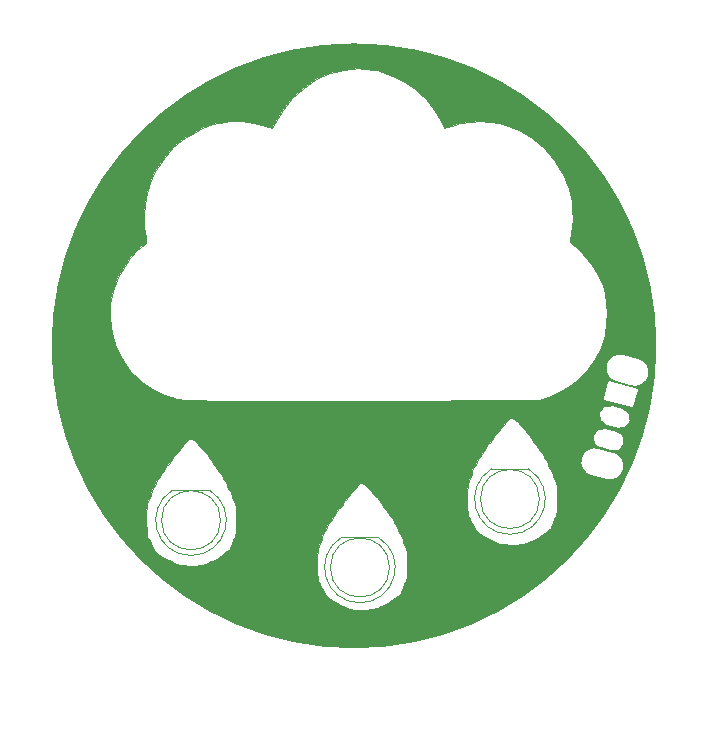
<source format=gbr>
%TF.GenerationSoftware,KiCad,Pcbnew,(5.1.8)-1*%
%TF.CreationDate,2021-01-11T12:37:53-08:00*%
%TF.ProjectId,v2attemptBlinky,76326174-7465-46d7-9074-426c696e6b79,rev?*%
%TF.SameCoordinates,Original*%
%TF.FileFunction,Legend,Top*%
%TF.FilePolarity,Positive*%
%FSLAX46Y46*%
G04 Gerber Fmt 4.6, Leading zero omitted, Abs format (unit mm)*
G04 Created by KiCad (PCBNEW (5.1.8)-1) date 2021-01-11 12:37:53*
%MOMM*%
%LPD*%
G01*
G04 APERTURE LIST*
%ADD10C,0.100000*%
%ADD11C,0.010000*%
%ADD12C,0.120000*%
%ADD13C,15.000000*%
%ADD14C,1.016000*%
%ADD15C,0.635000*%
%ADD16O,2.600000X4.100000*%
%ADD17C,1.900000*%
G04 APERTURE END LIST*
D10*
G36*
X120904000Y-76200000D02*
G01*
X101600000Y-76200000D01*
X102108000Y-72644000D01*
X120396000Y-72644000D01*
X120904000Y-76200000D01*
G37*
X120904000Y-76200000D02*
X101600000Y-76200000D01*
X102108000Y-72644000D01*
X120396000Y-72644000D01*
X120904000Y-76200000D01*
G36*
X89408000Y-118872000D02*
G01*
X83312000Y-118872000D01*
X82804000Y-84328000D01*
X89408000Y-84328000D01*
X89408000Y-118872000D01*
G37*
X89408000Y-118872000D02*
X83312000Y-118872000D01*
X82804000Y-84328000D01*
X89408000Y-84328000D01*
X89408000Y-118872000D01*
G36*
X131572000Y-124460000D02*
G01*
X132080000Y-131572000D01*
X92964000Y-131064000D01*
X92456000Y-123952000D01*
X131572000Y-124460000D01*
G37*
X131572000Y-124460000D02*
X132080000Y-131572000D01*
X92964000Y-131064000D01*
X92456000Y-123952000D01*
X131572000Y-124460000D01*
G36*
X138684000Y-124460000D02*
G01*
X133604000Y-124460000D01*
X134112000Y-75692000D01*
X139700000Y-75692000D01*
X138684000Y-124460000D01*
G37*
X138684000Y-124460000D02*
X133604000Y-124460000D01*
X134112000Y-75692000D01*
X139700000Y-75692000D01*
X138684000Y-124460000D01*
D11*
%TO.C,G\u002A\u002A\u002A*%
G36*
X134636565Y-125288261D02*
G01*
X89137435Y-125288261D01*
X89137435Y-114973632D01*
X93717524Y-114973632D01*
X93720293Y-115482429D01*
X93736650Y-115955469D01*
X93766588Y-116341508D01*
X93810098Y-116589307D01*
X93842958Y-116650473D01*
X93953674Y-116797939D01*
X94081345Y-117070176D01*
X94118906Y-117171305D01*
X94268807Y-117492296D01*
X94449391Y-117737836D01*
X94493383Y-117776076D01*
X94742290Y-117985538D01*
X94935261Y-118173889D01*
X95185856Y-118361169D01*
X95524399Y-118525581D01*
X95597869Y-118551426D01*
X95887720Y-118661790D01*
X96076365Y-118764483D01*
X96102239Y-118790061D01*
X96239992Y-118855850D01*
X96527415Y-118925388D01*
X96893803Y-118987655D01*
X97268449Y-119031630D01*
X97580649Y-119046294D01*
X97696130Y-119038487D01*
X97937833Y-119004536D01*
X98288267Y-118957568D01*
X98441565Y-118937524D01*
X98747042Y-118878394D01*
X98936149Y-118804195D01*
X98966130Y-118765842D01*
X98998477Y-118728414D01*
X108184481Y-118728414D01*
X108187250Y-119237212D01*
X108203607Y-119710251D01*
X108233544Y-120096291D01*
X108277054Y-120344089D01*
X108309915Y-120405255D01*
X108420630Y-120552722D01*
X108548302Y-120824959D01*
X108585863Y-120926087D01*
X108735764Y-121247079D01*
X108916348Y-121492619D01*
X108960339Y-121530858D01*
X109209246Y-121740321D01*
X109402217Y-121928672D01*
X109652813Y-122115951D01*
X109991355Y-122280364D01*
X110064826Y-122306208D01*
X110354676Y-122416573D01*
X110543321Y-122519266D01*
X110569195Y-122544844D01*
X110706949Y-122610633D01*
X110994372Y-122680170D01*
X111360760Y-122742437D01*
X111735406Y-122786413D01*
X112047606Y-122801076D01*
X112163087Y-122793269D01*
X112404790Y-122759319D01*
X112755223Y-122712351D01*
X112908521Y-122692306D01*
X113213998Y-122633176D01*
X113403106Y-122558978D01*
X113433087Y-122520625D01*
X113518693Y-122421575D01*
X113554440Y-122416957D01*
X113804084Y-122351894D01*
X114145849Y-122184575D01*
X114504440Y-121956809D01*
X114773624Y-121740038D01*
X115000392Y-121543350D01*
X115159938Y-121432241D01*
X115187613Y-121423044D01*
X115260015Y-121327320D01*
X115358463Y-121084619D01*
X115407309Y-120931788D01*
X115519366Y-120629891D01*
X115635513Y-120432827D01*
X115679897Y-120398020D01*
X115734285Y-120275879D01*
X115774208Y-119984858D01*
X115799547Y-119576479D01*
X115810181Y-119102266D01*
X115805992Y-118613742D01*
X115786859Y-118162431D01*
X115752662Y-117799853D01*
X115703281Y-117577534D01*
X115686527Y-117547191D01*
X115586897Y-117352154D01*
X115472942Y-117035569D01*
X115423697Y-116867609D01*
X115326421Y-116565125D01*
X115235763Y-116375578D01*
X115197981Y-116343044D01*
X115124682Y-116246650D01*
X115052384Y-116009399D01*
X115041677Y-115956522D01*
X114969412Y-115701711D01*
X114885177Y-115573588D01*
X114871177Y-115570000D01*
X114766534Y-115478081D01*
X114695622Y-115321522D01*
X114562279Y-115065845D01*
X114356875Y-114809506D01*
X114176786Y-114586016D01*
X114096019Y-114403216D01*
X114095695Y-114395376D01*
X114029582Y-114258369D01*
X113982893Y-114244783D01*
X113862992Y-114154374D01*
X113736427Y-113941087D01*
X113610315Y-113711522D01*
X113404649Y-113432851D01*
X113208553Y-113206675D01*
X120884481Y-113206675D01*
X120887250Y-113715473D01*
X120903607Y-114188512D01*
X120933544Y-114574552D01*
X120977054Y-114822350D01*
X121009915Y-114883516D01*
X121120630Y-115030983D01*
X121248302Y-115303220D01*
X121285863Y-115404348D01*
X121435764Y-115725340D01*
X121616348Y-115970880D01*
X121660339Y-116009119D01*
X121909246Y-116218582D01*
X122102217Y-116406933D01*
X122352813Y-116594212D01*
X122691355Y-116758624D01*
X122764826Y-116784469D01*
X123054676Y-116894834D01*
X123243321Y-116997527D01*
X123269195Y-117023105D01*
X123406949Y-117088893D01*
X123694372Y-117158431D01*
X124060760Y-117220698D01*
X124435406Y-117264673D01*
X124747606Y-117279337D01*
X124863087Y-117271530D01*
X125104790Y-117237579D01*
X125455223Y-117190611D01*
X125608521Y-117170567D01*
X125913998Y-117111437D01*
X126103106Y-117037239D01*
X126133087Y-116998886D01*
X126218693Y-116899836D01*
X126254440Y-116895218D01*
X126504084Y-116830155D01*
X126845849Y-116662836D01*
X127204440Y-116435070D01*
X127473624Y-116218298D01*
X127700392Y-116021610D01*
X127859938Y-115910502D01*
X127887613Y-115901305D01*
X127960015Y-115805581D01*
X128058463Y-115562880D01*
X128107309Y-115410049D01*
X128219368Y-115108131D01*
X128335517Y-114911026D01*
X128379897Y-114876198D01*
X128432752Y-114754580D01*
X128472264Y-114463388D01*
X128498278Y-114053524D01*
X128510639Y-113575889D01*
X128509191Y-113081384D01*
X128493779Y-112620910D01*
X128464249Y-112245371D01*
X128420444Y-112005666D01*
X128388824Y-111949188D01*
X128291972Y-111803264D01*
X128179494Y-111521127D01*
X128125994Y-111345870D01*
X128027442Y-111043512D01*
X127935983Y-110853948D01*
X127897981Y-110821305D01*
X127824682Y-110724911D01*
X127752384Y-110487660D01*
X127741677Y-110434783D01*
X127669412Y-110179972D01*
X127585177Y-110051849D01*
X127571177Y-110048261D01*
X127466534Y-109956342D01*
X127395622Y-109799783D01*
X127262279Y-109544106D01*
X127056875Y-109287767D01*
X126876786Y-109064277D01*
X126796019Y-108881477D01*
X126795695Y-108873637D01*
X126729582Y-108736630D01*
X126682893Y-108723044D01*
X126562992Y-108632635D01*
X126436427Y-108419348D01*
X126310315Y-108189783D01*
X126104649Y-107911112D01*
X125794630Y-107553539D01*
X125355455Y-107087268D01*
X125161471Y-106887587D01*
X124882979Y-106619327D01*
X124695513Y-106493990D01*
X124548905Y-106484654D01*
X124471253Y-106517191D01*
X124299207Y-106652106D01*
X124255695Y-106739834D01*
X124179637Y-106879721D01*
X123995011Y-107073609D01*
X123979608Y-107087168D01*
X123790312Y-107276273D01*
X123704037Y-107410849D01*
X123703521Y-107416781D01*
X123630403Y-107542619D01*
X123447634Y-107748523D01*
X123372217Y-107822952D01*
X123164492Y-108046932D01*
X123049206Y-108220703D01*
X123040913Y-108254061D01*
X122967364Y-108401661D01*
X122788145Y-108607969D01*
X122766734Y-108628627D01*
X122580570Y-108827970D01*
X122491817Y-108967686D01*
X122490647Y-108976140D01*
X122421023Y-109112458D01*
X122267869Y-109300659D01*
X122106898Y-109519359D01*
X122047000Y-109682563D01*
X121985117Y-109815700D01*
X121945129Y-109827392D01*
X121847646Y-109921482D01*
X121736773Y-110153801D01*
X121715695Y-110213913D01*
X121610480Y-110465806D01*
X121513086Y-110595663D01*
X121497276Y-110600435D01*
X121423740Y-110698241D01*
X121331067Y-110949916D01*
X121268937Y-111180218D01*
X121170499Y-111519581D01*
X121066202Y-111765037D01*
X121009444Y-111838730D01*
X120957781Y-111978147D01*
X120919739Y-112286771D01*
X120895308Y-112713361D01*
X120884481Y-113206675D01*
X113208553Y-113206675D01*
X113094630Y-113075278D01*
X112655455Y-112609007D01*
X112461471Y-112409326D01*
X112182979Y-112141066D01*
X111995513Y-112015729D01*
X111848905Y-112006393D01*
X111771253Y-112038930D01*
X111599207Y-112173845D01*
X111555695Y-112261573D01*
X111479637Y-112401460D01*
X111295011Y-112595349D01*
X111279608Y-112608907D01*
X111090312Y-112798012D01*
X111004037Y-112932588D01*
X111003521Y-112938520D01*
X110930403Y-113064358D01*
X110747634Y-113270262D01*
X110672217Y-113344691D01*
X110464492Y-113568671D01*
X110349206Y-113742442D01*
X110340913Y-113775800D01*
X110267364Y-113923400D01*
X110088145Y-114129708D01*
X110066734Y-114150366D01*
X109880570Y-114349709D01*
X109791817Y-114489425D01*
X109790647Y-114497879D01*
X109721023Y-114634197D01*
X109567869Y-114822398D01*
X109406898Y-115041098D01*
X109347000Y-115204302D01*
X109285117Y-115337439D01*
X109245129Y-115349131D01*
X109147646Y-115443221D01*
X109036773Y-115675540D01*
X109015695Y-115735653D01*
X108910480Y-115987545D01*
X108813086Y-116117402D01*
X108797276Y-116122174D01*
X108723740Y-116219980D01*
X108631067Y-116471655D01*
X108568937Y-116701957D01*
X108470499Y-117041320D01*
X108366202Y-117286776D01*
X108309444Y-117360469D01*
X108257781Y-117499886D01*
X108219739Y-117808510D01*
X108195308Y-118235100D01*
X108184481Y-118728414D01*
X98998477Y-118728414D01*
X99051736Y-118666792D01*
X99087484Y-118662174D01*
X99337127Y-118597111D01*
X99678893Y-118429793D01*
X100037483Y-118202027D01*
X100306667Y-117985255D01*
X100533436Y-117788567D01*
X100692982Y-117677458D01*
X100720656Y-117668261D01*
X100793059Y-117572537D01*
X100891507Y-117329837D01*
X100940353Y-117177006D01*
X101052412Y-116875087D01*
X101168560Y-116677982D01*
X101212941Y-116643154D01*
X101265796Y-116521537D01*
X101305308Y-116230345D01*
X101331322Y-115820481D01*
X101343682Y-115342845D01*
X101342234Y-114848340D01*
X101326823Y-114387867D01*
X101297292Y-114012327D01*
X101253487Y-113772622D01*
X101221868Y-113716144D01*
X101125015Y-113570221D01*
X101012538Y-113288083D01*
X100959037Y-113112826D01*
X100860486Y-112810469D01*
X100769026Y-112620905D01*
X100731025Y-112588261D01*
X100657726Y-112491867D01*
X100585427Y-112254616D01*
X100574721Y-112201740D01*
X100502456Y-111946928D01*
X100418221Y-111818805D01*
X100404220Y-111815218D01*
X100299578Y-111723299D01*
X100228665Y-111566740D01*
X100095323Y-111311063D01*
X99889919Y-111054724D01*
X99709829Y-110831233D01*
X99629062Y-110648433D01*
X99628739Y-110640593D01*
X99562626Y-110503587D01*
X99515936Y-110490000D01*
X99396036Y-110399591D01*
X99269470Y-110186305D01*
X99143358Y-109956739D01*
X98937693Y-109678068D01*
X98627673Y-109320496D01*
X98188498Y-108854225D01*
X97994514Y-108654543D01*
X97716022Y-108386284D01*
X97528557Y-108260947D01*
X97381949Y-108251611D01*
X97304297Y-108284147D01*
X97132251Y-108419062D01*
X97088739Y-108506790D01*
X97012680Y-108646678D01*
X96828054Y-108840566D01*
X96812652Y-108854124D01*
X96623355Y-109043230D01*
X96537081Y-109177806D01*
X96536565Y-109183738D01*
X96463446Y-109309575D01*
X96280678Y-109515480D01*
X96205261Y-109589909D01*
X95997536Y-109813889D01*
X95882249Y-109987660D01*
X95873956Y-110021017D01*
X95800407Y-110168618D01*
X95621188Y-110374926D01*
X95599777Y-110395583D01*
X95413613Y-110594926D01*
X95324860Y-110734643D01*
X95323690Y-110743096D01*
X95254066Y-110879415D01*
X95100913Y-111067616D01*
X94939941Y-111286315D01*
X94880043Y-111449520D01*
X94818161Y-111582657D01*
X94778173Y-111594348D01*
X94680689Y-111688438D01*
X94569817Y-111920758D01*
X94548739Y-111980870D01*
X94443523Y-112232763D01*
X94346130Y-112362620D01*
X94330320Y-112367392D01*
X94256783Y-112465198D01*
X94164111Y-112716873D01*
X94101981Y-112947174D01*
X94003542Y-113286537D01*
X93899245Y-113531994D01*
X93842488Y-113605687D01*
X93790825Y-113745103D01*
X93752782Y-114053727D01*
X93728351Y-114480317D01*
X93717524Y-114973632D01*
X89137435Y-114973632D01*
X89137435Y-98066087D01*
X90608537Y-98066087D01*
X90786753Y-99331043D01*
X91161604Y-100518381D01*
X91718228Y-101609829D01*
X92441765Y-102587114D01*
X93317353Y-103431962D01*
X94330131Y-104126102D01*
X95465239Y-104651260D01*
X96134807Y-104861053D01*
X96253282Y-104890470D01*
X96381728Y-104916943D01*
X96531660Y-104940607D01*
X96714592Y-104961597D01*
X96942040Y-104980047D01*
X97225519Y-104996093D01*
X97576544Y-105009869D01*
X98006630Y-105021509D01*
X98527293Y-105031150D01*
X99150046Y-105038926D01*
X99886405Y-105044971D01*
X100747886Y-105049421D01*
X101746003Y-105052410D01*
X102892271Y-105054073D01*
X104198205Y-105054546D01*
X105675321Y-105053962D01*
X107335133Y-105052457D01*
X109189157Y-105050166D01*
X111248908Y-105047224D01*
X111942217Y-105046183D01*
X126961348Y-105023479D01*
X127771934Y-104711060D01*
X128811128Y-104250668D01*
X129682354Y-103724566D01*
X130436460Y-103097071D01*
X131076562Y-102392069D01*
X131730931Y-101476839D01*
X132203090Y-100557692D01*
X132510002Y-99585409D01*
X132668627Y-98510768D01*
X132700500Y-97679566D01*
X132671752Y-96760367D01*
X132568001Y-95983076D01*
X132370604Y-95276041D01*
X132060918Y-94567613D01*
X131738956Y-93984138D01*
X131399057Y-93476851D01*
X130970925Y-92938233D01*
X130507962Y-92428220D01*
X130063567Y-92006748D01*
X129786408Y-91792649D01*
X129640426Y-91683779D01*
X129576036Y-91567582D01*
X129584450Y-91378974D01*
X129656879Y-91052873D01*
X129675973Y-90974811D01*
X129772093Y-90374812D01*
X129812727Y-89644248D01*
X129799202Y-88865992D01*
X129732844Y-88122918D01*
X129620660Y-87519566D01*
X129485988Y-87096814D01*
X129280927Y-86566849D01*
X129040239Y-86016691D01*
X128921739Y-85769945D01*
X128246069Y-84654823D01*
X127402972Y-83671923D01*
X126413037Y-82837562D01*
X125296854Y-82168059D01*
X124075011Y-81679735D01*
X123593087Y-81546483D01*
X122849985Y-81429439D01*
X121992046Y-81396520D01*
X121107206Y-81444291D01*
X120283397Y-81569316D01*
X119810361Y-81694269D01*
X118954157Y-81974580D01*
X118770418Y-81572073D01*
X118165182Y-80494961D01*
X117394712Y-79525401D01*
X116486429Y-78681505D01*
X115467756Y-77981383D01*
X114366111Y-77443148D01*
X113208917Y-77084910D01*
X112023594Y-76924782D01*
X111723843Y-76917826D01*
X110451959Y-77024993D01*
X109232021Y-77338195D01*
X108083582Y-77844986D01*
X107026195Y-78532920D01*
X106079416Y-79389550D01*
X105262799Y-80402432D01*
X104670234Y-81407432D01*
X104384469Y-81976602D01*
X103525082Y-81696530D01*
X102710171Y-81505091D01*
X101779679Y-81407919D01*
X100819353Y-81408452D01*
X99914941Y-81510123D01*
X99739174Y-81544854D01*
X99138352Y-81721463D01*
X98443078Y-82000050D01*
X97731112Y-82344295D01*
X97080213Y-82717878D01*
X96753539Y-82939381D01*
X96004195Y-83585635D01*
X95289687Y-84380411D01*
X94669368Y-85252724D01*
X94354441Y-85808573D01*
X94019112Y-86602067D01*
X93756139Y-87490276D01*
X93577516Y-88407640D01*
X93495239Y-89288598D01*
X93521301Y-90067589D01*
X93545080Y-90232503D01*
X93644957Y-90810146D01*
X93708542Y-91210655D01*
X93730623Y-91475570D01*
X93705992Y-91646427D01*
X93629440Y-91764765D01*
X93495756Y-91872122D01*
X93324389Y-91992174D01*
X92852046Y-92404392D01*
X92351906Y-92963657D01*
X91871238Y-93609295D01*
X91457309Y-94280629D01*
X91294450Y-94597881D01*
X90859661Y-95729744D01*
X90634018Y-96871342D01*
X90608537Y-98066087D01*
X89137435Y-98066087D01*
X89137435Y-75371740D01*
X134636565Y-75371740D01*
X134636565Y-125288261D01*
G37*
X134636565Y-125288261D02*
X89137435Y-125288261D01*
X89137435Y-114973632D01*
X93717524Y-114973632D01*
X93720293Y-115482429D01*
X93736650Y-115955469D01*
X93766588Y-116341508D01*
X93810098Y-116589307D01*
X93842958Y-116650473D01*
X93953674Y-116797939D01*
X94081345Y-117070176D01*
X94118906Y-117171305D01*
X94268807Y-117492296D01*
X94449391Y-117737836D01*
X94493383Y-117776076D01*
X94742290Y-117985538D01*
X94935261Y-118173889D01*
X95185856Y-118361169D01*
X95524399Y-118525581D01*
X95597869Y-118551426D01*
X95887720Y-118661790D01*
X96076365Y-118764483D01*
X96102239Y-118790061D01*
X96239992Y-118855850D01*
X96527415Y-118925388D01*
X96893803Y-118987655D01*
X97268449Y-119031630D01*
X97580649Y-119046294D01*
X97696130Y-119038487D01*
X97937833Y-119004536D01*
X98288267Y-118957568D01*
X98441565Y-118937524D01*
X98747042Y-118878394D01*
X98936149Y-118804195D01*
X98966130Y-118765842D01*
X98998477Y-118728414D01*
X108184481Y-118728414D01*
X108187250Y-119237212D01*
X108203607Y-119710251D01*
X108233544Y-120096291D01*
X108277054Y-120344089D01*
X108309915Y-120405255D01*
X108420630Y-120552722D01*
X108548302Y-120824959D01*
X108585863Y-120926087D01*
X108735764Y-121247079D01*
X108916348Y-121492619D01*
X108960339Y-121530858D01*
X109209246Y-121740321D01*
X109402217Y-121928672D01*
X109652813Y-122115951D01*
X109991355Y-122280364D01*
X110064826Y-122306208D01*
X110354676Y-122416573D01*
X110543321Y-122519266D01*
X110569195Y-122544844D01*
X110706949Y-122610633D01*
X110994372Y-122680170D01*
X111360760Y-122742437D01*
X111735406Y-122786413D01*
X112047606Y-122801076D01*
X112163087Y-122793269D01*
X112404790Y-122759319D01*
X112755223Y-122712351D01*
X112908521Y-122692306D01*
X113213998Y-122633176D01*
X113403106Y-122558978D01*
X113433087Y-122520625D01*
X113518693Y-122421575D01*
X113554440Y-122416957D01*
X113804084Y-122351894D01*
X114145849Y-122184575D01*
X114504440Y-121956809D01*
X114773624Y-121740038D01*
X115000392Y-121543350D01*
X115159938Y-121432241D01*
X115187613Y-121423044D01*
X115260015Y-121327320D01*
X115358463Y-121084619D01*
X115407309Y-120931788D01*
X115519366Y-120629891D01*
X115635513Y-120432827D01*
X115679897Y-120398020D01*
X115734285Y-120275879D01*
X115774208Y-119984858D01*
X115799547Y-119576479D01*
X115810181Y-119102266D01*
X115805992Y-118613742D01*
X115786859Y-118162431D01*
X115752662Y-117799853D01*
X115703281Y-117577534D01*
X115686527Y-117547191D01*
X115586897Y-117352154D01*
X115472942Y-117035569D01*
X115423697Y-116867609D01*
X115326421Y-116565125D01*
X115235763Y-116375578D01*
X115197981Y-116343044D01*
X115124682Y-116246650D01*
X115052384Y-116009399D01*
X115041677Y-115956522D01*
X114969412Y-115701711D01*
X114885177Y-115573588D01*
X114871177Y-115570000D01*
X114766534Y-115478081D01*
X114695622Y-115321522D01*
X114562279Y-115065845D01*
X114356875Y-114809506D01*
X114176786Y-114586016D01*
X114096019Y-114403216D01*
X114095695Y-114395376D01*
X114029582Y-114258369D01*
X113982893Y-114244783D01*
X113862992Y-114154374D01*
X113736427Y-113941087D01*
X113610315Y-113711522D01*
X113404649Y-113432851D01*
X113208553Y-113206675D01*
X120884481Y-113206675D01*
X120887250Y-113715473D01*
X120903607Y-114188512D01*
X120933544Y-114574552D01*
X120977054Y-114822350D01*
X121009915Y-114883516D01*
X121120630Y-115030983D01*
X121248302Y-115303220D01*
X121285863Y-115404348D01*
X121435764Y-115725340D01*
X121616348Y-115970880D01*
X121660339Y-116009119D01*
X121909246Y-116218582D01*
X122102217Y-116406933D01*
X122352813Y-116594212D01*
X122691355Y-116758624D01*
X122764826Y-116784469D01*
X123054676Y-116894834D01*
X123243321Y-116997527D01*
X123269195Y-117023105D01*
X123406949Y-117088893D01*
X123694372Y-117158431D01*
X124060760Y-117220698D01*
X124435406Y-117264673D01*
X124747606Y-117279337D01*
X124863087Y-117271530D01*
X125104790Y-117237579D01*
X125455223Y-117190611D01*
X125608521Y-117170567D01*
X125913998Y-117111437D01*
X126103106Y-117037239D01*
X126133087Y-116998886D01*
X126218693Y-116899836D01*
X126254440Y-116895218D01*
X126504084Y-116830155D01*
X126845849Y-116662836D01*
X127204440Y-116435070D01*
X127473624Y-116218298D01*
X127700392Y-116021610D01*
X127859938Y-115910502D01*
X127887613Y-115901305D01*
X127960015Y-115805581D01*
X128058463Y-115562880D01*
X128107309Y-115410049D01*
X128219368Y-115108131D01*
X128335517Y-114911026D01*
X128379897Y-114876198D01*
X128432752Y-114754580D01*
X128472264Y-114463388D01*
X128498278Y-114053524D01*
X128510639Y-113575889D01*
X128509191Y-113081384D01*
X128493779Y-112620910D01*
X128464249Y-112245371D01*
X128420444Y-112005666D01*
X128388824Y-111949188D01*
X128291972Y-111803264D01*
X128179494Y-111521127D01*
X128125994Y-111345870D01*
X128027442Y-111043512D01*
X127935983Y-110853948D01*
X127897981Y-110821305D01*
X127824682Y-110724911D01*
X127752384Y-110487660D01*
X127741677Y-110434783D01*
X127669412Y-110179972D01*
X127585177Y-110051849D01*
X127571177Y-110048261D01*
X127466534Y-109956342D01*
X127395622Y-109799783D01*
X127262279Y-109544106D01*
X127056875Y-109287767D01*
X126876786Y-109064277D01*
X126796019Y-108881477D01*
X126795695Y-108873637D01*
X126729582Y-108736630D01*
X126682893Y-108723044D01*
X126562992Y-108632635D01*
X126436427Y-108419348D01*
X126310315Y-108189783D01*
X126104649Y-107911112D01*
X125794630Y-107553539D01*
X125355455Y-107087268D01*
X125161471Y-106887587D01*
X124882979Y-106619327D01*
X124695513Y-106493990D01*
X124548905Y-106484654D01*
X124471253Y-106517191D01*
X124299207Y-106652106D01*
X124255695Y-106739834D01*
X124179637Y-106879721D01*
X123995011Y-107073609D01*
X123979608Y-107087168D01*
X123790312Y-107276273D01*
X123704037Y-107410849D01*
X123703521Y-107416781D01*
X123630403Y-107542619D01*
X123447634Y-107748523D01*
X123372217Y-107822952D01*
X123164492Y-108046932D01*
X123049206Y-108220703D01*
X123040913Y-108254061D01*
X122967364Y-108401661D01*
X122788145Y-108607969D01*
X122766734Y-108628627D01*
X122580570Y-108827970D01*
X122491817Y-108967686D01*
X122490647Y-108976140D01*
X122421023Y-109112458D01*
X122267869Y-109300659D01*
X122106898Y-109519359D01*
X122047000Y-109682563D01*
X121985117Y-109815700D01*
X121945129Y-109827392D01*
X121847646Y-109921482D01*
X121736773Y-110153801D01*
X121715695Y-110213913D01*
X121610480Y-110465806D01*
X121513086Y-110595663D01*
X121497276Y-110600435D01*
X121423740Y-110698241D01*
X121331067Y-110949916D01*
X121268937Y-111180218D01*
X121170499Y-111519581D01*
X121066202Y-111765037D01*
X121009444Y-111838730D01*
X120957781Y-111978147D01*
X120919739Y-112286771D01*
X120895308Y-112713361D01*
X120884481Y-113206675D01*
X113208553Y-113206675D01*
X113094630Y-113075278D01*
X112655455Y-112609007D01*
X112461471Y-112409326D01*
X112182979Y-112141066D01*
X111995513Y-112015729D01*
X111848905Y-112006393D01*
X111771253Y-112038930D01*
X111599207Y-112173845D01*
X111555695Y-112261573D01*
X111479637Y-112401460D01*
X111295011Y-112595349D01*
X111279608Y-112608907D01*
X111090312Y-112798012D01*
X111004037Y-112932588D01*
X111003521Y-112938520D01*
X110930403Y-113064358D01*
X110747634Y-113270262D01*
X110672217Y-113344691D01*
X110464492Y-113568671D01*
X110349206Y-113742442D01*
X110340913Y-113775800D01*
X110267364Y-113923400D01*
X110088145Y-114129708D01*
X110066734Y-114150366D01*
X109880570Y-114349709D01*
X109791817Y-114489425D01*
X109790647Y-114497879D01*
X109721023Y-114634197D01*
X109567869Y-114822398D01*
X109406898Y-115041098D01*
X109347000Y-115204302D01*
X109285117Y-115337439D01*
X109245129Y-115349131D01*
X109147646Y-115443221D01*
X109036773Y-115675540D01*
X109015695Y-115735653D01*
X108910480Y-115987545D01*
X108813086Y-116117402D01*
X108797276Y-116122174D01*
X108723740Y-116219980D01*
X108631067Y-116471655D01*
X108568937Y-116701957D01*
X108470499Y-117041320D01*
X108366202Y-117286776D01*
X108309444Y-117360469D01*
X108257781Y-117499886D01*
X108219739Y-117808510D01*
X108195308Y-118235100D01*
X108184481Y-118728414D01*
X98998477Y-118728414D01*
X99051736Y-118666792D01*
X99087484Y-118662174D01*
X99337127Y-118597111D01*
X99678893Y-118429793D01*
X100037483Y-118202027D01*
X100306667Y-117985255D01*
X100533436Y-117788567D01*
X100692982Y-117677458D01*
X100720656Y-117668261D01*
X100793059Y-117572537D01*
X100891507Y-117329837D01*
X100940353Y-117177006D01*
X101052412Y-116875087D01*
X101168560Y-116677982D01*
X101212941Y-116643154D01*
X101265796Y-116521537D01*
X101305308Y-116230345D01*
X101331322Y-115820481D01*
X101343682Y-115342845D01*
X101342234Y-114848340D01*
X101326823Y-114387867D01*
X101297292Y-114012327D01*
X101253487Y-113772622D01*
X101221868Y-113716144D01*
X101125015Y-113570221D01*
X101012538Y-113288083D01*
X100959037Y-113112826D01*
X100860486Y-112810469D01*
X100769026Y-112620905D01*
X100731025Y-112588261D01*
X100657726Y-112491867D01*
X100585427Y-112254616D01*
X100574721Y-112201740D01*
X100502456Y-111946928D01*
X100418221Y-111818805D01*
X100404220Y-111815218D01*
X100299578Y-111723299D01*
X100228665Y-111566740D01*
X100095323Y-111311063D01*
X99889919Y-111054724D01*
X99709829Y-110831233D01*
X99629062Y-110648433D01*
X99628739Y-110640593D01*
X99562626Y-110503587D01*
X99515936Y-110490000D01*
X99396036Y-110399591D01*
X99269470Y-110186305D01*
X99143358Y-109956739D01*
X98937693Y-109678068D01*
X98627673Y-109320496D01*
X98188498Y-108854225D01*
X97994514Y-108654543D01*
X97716022Y-108386284D01*
X97528557Y-108260947D01*
X97381949Y-108251611D01*
X97304297Y-108284147D01*
X97132251Y-108419062D01*
X97088739Y-108506790D01*
X97012680Y-108646678D01*
X96828054Y-108840566D01*
X96812652Y-108854124D01*
X96623355Y-109043230D01*
X96537081Y-109177806D01*
X96536565Y-109183738D01*
X96463446Y-109309575D01*
X96280678Y-109515480D01*
X96205261Y-109589909D01*
X95997536Y-109813889D01*
X95882249Y-109987660D01*
X95873956Y-110021017D01*
X95800407Y-110168618D01*
X95621188Y-110374926D01*
X95599777Y-110395583D01*
X95413613Y-110594926D01*
X95324860Y-110734643D01*
X95323690Y-110743096D01*
X95254066Y-110879415D01*
X95100913Y-111067616D01*
X94939941Y-111286315D01*
X94880043Y-111449520D01*
X94818161Y-111582657D01*
X94778173Y-111594348D01*
X94680689Y-111688438D01*
X94569817Y-111920758D01*
X94548739Y-111980870D01*
X94443523Y-112232763D01*
X94346130Y-112362620D01*
X94330320Y-112367392D01*
X94256783Y-112465198D01*
X94164111Y-112716873D01*
X94101981Y-112947174D01*
X94003542Y-113286537D01*
X93899245Y-113531994D01*
X93842488Y-113605687D01*
X93790825Y-113745103D01*
X93752782Y-114053727D01*
X93728351Y-114480317D01*
X93717524Y-114973632D01*
X89137435Y-114973632D01*
X89137435Y-98066087D01*
X90608537Y-98066087D01*
X90786753Y-99331043D01*
X91161604Y-100518381D01*
X91718228Y-101609829D01*
X92441765Y-102587114D01*
X93317353Y-103431962D01*
X94330131Y-104126102D01*
X95465239Y-104651260D01*
X96134807Y-104861053D01*
X96253282Y-104890470D01*
X96381728Y-104916943D01*
X96531660Y-104940607D01*
X96714592Y-104961597D01*
X96942040Y-104980047D01*
X97225519Y-104996093D01*
X97576544Y-105009869D01*
X98006630Y-105021509D01*
X98527293Y-105031150D01*
X99150046Y-105038926D01*
X99886405Y-105044971D01*
X100747886Y-105049421D01*
X101746003Y-105052410D01*
X102892271Y-105054073D01*
X104198205Y-105054546D01*
X105675321Y-105053962D01*
X107335133Y-105052457D01*
X109189157Y-105050166D01*
X111248908Y-105047224D01*
X111942217Y-105046183D01*
X126961348Y-105023479D01*
X127771934Y-104711060D01*
X128811128Y-104250668D01*
X129682354Y-103724566D01*
X130436460Y-103097071D01*
X131076562Y-102392069D01*
X131730931Y-101476839D01*
X132203090Y-100557692D01*
X132510002Y-99585409D01*
X132668627Y-98510768D01*
X132700500Y-97679566D01*
X132671752Y-96760367D01*
X132568001Y-95983076D01*
X132370604Y-95276041D01*
X132060918Y-94567613D01*
X131738956Y-93984138D01*
X131399057Y-93476851D01*
X130970925Y-92938233D01*
X130507962Y-92428220D01*
X130063567Y-92006748D01*
X129786408Y-91792649D01*
X129640426Y-91683779D01*
X129576036Y-91567582D01*
X129584450Y-91378974D01*
X129656879Y-91052873D01*
X129675973Y-90974811D01*
X129772093Y-90374812D01*
X129812727Y-89644248D01*
X129799202Y-88865992D01*
X129732844Y-88122918D01*
X129620660Y-87519566D01*
X129485988Y-87096814D01*
X129280927Y-86566849D01*
X129040239Y-86016691D01*
X128921739Y-85769945D01*
X128246069Y-84654823D01*
X127402972Y-83671923D01*
X126413037Y-82837562D01*
X125296854Y-82168059D01*
X124075011Y-81679735D01*
X123593087Y-81546483D01*
X122849985Y-81429439D01*
X121992046Y-81396520D01*
X121107206Y-81444291D01*
X120283397Y-81569316D01*
X119810361Y-81694269D01*
X118954157Y-81974580D01*
X118770418Y-81572073D01*
X118165182Y-80494961D01*
X117394712Y-79525401D01*
X116486429Y-78681505D01*
X115467756Y-77981383D01*
X114366111Y-77443148D01*
X113208917Y-77084910D01*
X112023594Y-76924782D01*
X111723843Y-76917826D01*
X110451959Y-77024993D01*
X109232021Y-77338195D01*
X108083582Y-77844986D01*
X107026195Y-78532920D01*
X106079416Y-79389550D01*
X105262799Y-80402432D01*
X104670234Y-81407432D01*
X104384469Y-81976602D01*
X103525082Y-81696530D01*
X102710171Y-81505091D01*
X101779679Y-81407919D01*
X100819353Y-81408452D01*
X99914941Y-81510123D01*
X99739174Y-81544854D01*
X99138352Y-81721463D01*
X98443078Y-82000050D01*
X97731112Y-82344295D01*
X97080213Y-82717878D01*
X96753539Y-82939381D01*
X96004195Y-83585635D01*
X95289687Y-84380411D01*
X94669368Y-85252724D01*
X94354441Y-85808573D01*
X94019112Y-86602067D01*
X93756139Y-87490276D01*
X93577516Y-88407640D01*
X93495239Y-89288598D01*
X93521301Y-90067589D01*
X93545080Y-90232503D01*
X93644957Y-90810146D01*
X93708542Y-91210655D01*
X93730623Y-91475570D01*
X93705992Y-91646427D01*
X93629440Y-91764765D01*
X93495756Y-91872122D01*
X93324389Y-91992174D01*
X92852046Y-92404392D01*
X92351906Y-92963657D01*
X91871238Y-93609295D01*
X91457309Y-94280629D01*
X91294450Y-94597881D01*
X90859661Y-95729744D01*
X90634018Y-96871342D01*
X90608537Y-98066087D01*
X89137435Y-98066087D01*
X89137435Y-75371740D01*
X134636565Y-75371740D01*
X134636565Y-125288261D01*
D12*
%TO.C,D1*%
X99045000Y-112610000D02*
X95955000Y-112610000D01*
X100000000Y-115170000D02*
G75*
G03*
X100000000Y-115170000I-2500000J0D01*
G01*
X97499538Y-118160000D02*
G75*
G03*
X99044830Y-112610000I462J2990000D01*
G01*
X97500462Y-118160000D02*
G75*
G02*
X95955170Y-112610000I-462J2990000D01*
G01*
%TO.C,D2*%
X113345000Y-116610000D02*
X110255000Y-116610000D01*
X114300000Y-119170000D02*
G75*
G03*
X114300000Y-119170000I-2500000J0D01*
G01*
X111799538Y-122160000D02*
G75*
G03*
X113344830Y-116610000I462J2990000D01*
G01*
X111800462Y-122160000D02*
G75*
G02*
X110255170Y-116610000I-462J2990000D01*
G01*
%TO.C,D3*%
X127000000Y-113370000D02*
G75*
G03*
X127000000Y-113370000I-2500000J0D01*
G01*
X126045000Y-110810000D02*
X122955000Y-110810000D01*
X124500462Y-116360000D02*
G75*
G02*
X122955170Y-110810000I-462J2990000D01*
G01*
X124499538Y-116360000D02*
G75*
G03*
X126044830Y-110810000I462J2990000D01*
G01*
%TD*%
%LPC*%
D13*
X144400000Y-100400000D02*
G75*
G03*
X144400000Y-100400000I-33100000J0D01*
G01*
D10*
G36*
X114400000Y-100900000D02*
G01*
X113900000Y-101600000D01*
X113100000Y-102000000D01*
X112300000Y-102200000D01*
X111300000Y-102000000D01*
X110700000Y-101700000D01*
X110000000Y-100900000D01*
X109700000Y-100200000D01*
X109700000Y-99500000D01*
X114900000Y-99500000D01*
X114400000Y-100900000D01*
G37*
X114400000Y-100900000D02*
X113900000Y-101600000D01*
X113100000Y-102000000D01*
X112300000Y-102200000D01*
X111300000Y-102000000D01*
X110700000Y-101700000D01*
X110000000Y-100900000D01*
X109700000Y-100200000D01*
X109700000Y-99500000D01*
X114900000Y-99500000D01*
X114400000Y-100900000D01*
D14*
X125904955Y-93795045D02*
G75*
G03*
X125904955Y-93795045I-4204955J0D01*
G01*
D15*
X114800000Y-99500000D02*
G75*
G02*
X109600000Y-99500000I-2600000J0D01*
G01*
X109600000Y-99500000D02*
X114800000Y-99500000D01*
D14*
X104904955Y-93795045D02*
G75*
G03*
X104904955Y-93795045I-4204955J0D01*
G01*
%TO.C,SW1*%
G36*
G01*
X131990994Y-109113101D02*
X133246698Y-109449565D01*
G75*
G02*
X134059871Y-110858022I-297642J-1110815D01*
G01*
X134059871Y-110858022D01*
G75*
G02*
X132651414Y-111671195I-1110815J297642D01*
G01*
X131395710Y-111334731D01*
G75*
G02*
X130582537Y-109926274I297642J1110815D01*
G01*
X130582537Y-109926274D01*
G75*
G02*
X131990994Y-109113101I1110815J-297642D01*
G01*
G37*
G36*
G01*
X134113310Y-101192509D02*
X135369014Y-101528973D01*
G75*
G02*
X136182187Y-102937430I-297642J-1110815D01*
G01*
X136182187Y-102937430D01*
G75*
G02*
X134773730Y-103750603I-1110815J297642D01*
G01*
X133518026Y-103414139D01*
G75*
G02*
X132704853Y-102005682I297642J1110815D01*
G01*
X132704853Y-102005682D01*
G75*
G02*
X134113310Y-101192509I1110815J-297642D01*
G01*
G37*
G36*
G01*
X132588816Y-107461552D02*
X133554742Y-107720372D01*
G75*
G02*
X134120428Y-108700168I-207055J-772741D01*
G01*
X134120428Y-108700168D01*
G75*
G02*
X133140632Y-109265854I-772741J207055D01*
G01*
X132174706Y-109007034D01*
G75*
G02*
X131609020Y-108027238I207055J772741D01*
G01*
X131609020Y-108027238D01*
G75*
G02*
X132588816Y-107461552I772741J-207055D01*
G01*
G37*
G36*
G01*
X133106454Y-105529701D02*
X134072380Y-105788521D01*
G75*
G02*
X134638066Y-106768317I-207055J-772741D01*
G01*
X134638066Y-106768317D01*
G75*
G02*
X133658270Y-107334003I-772741J207055D01*
G01*
X132692344Y-107075183D01*
G75*
G02*
X132126658Y-106095387I207055J772741D01*
G01*
X132126658Y-106095387D01*
G75*
G02*
X133106454Y-105529701I772741J-207055D01*
G01*
G37*
G36*
G01*
X132899648Y-103403736D02*
X135314463Y-104050783D01*
G75*
G02*
X135349818Y-104112020I-12941J-48296D01*
G01*
X134961589Y-105560909D01*
G75*
G02*
X134900352Y-105596264I-48296J12941D01*
G01*
X132485537Y-104949217D01*
G75*
G02*
X132450182Y-104887980I12941J48296D01*
G01*
X132838411Y-103439091D01*
G75*
G02*
X132899648Y-103403736I48296J-12941D01*
G01*
G37*
%TD*%
D16*
%TO.C,BT1*%
X122300000Y-93300000D03*
X101218000Y-93300000D03*
%TD*%
%TO.C,D1*%
G36*
G01*
X96600000Y-112950000D02*
X98400000Y-112950000D01*
G75*
G02*
X98450000Y-113000000I0J-50000D01*
G01*
X98450000Y-114800000D01*
G75*
G02*
X98400000Y-114850000I-50000J0D01*
G01*
X96600000Y-114850000D01*
G75*
G02*
X96550000Y-114800000I0J50000D01*
G01*
X96550000Y-113000000D01*
G75*
G02*
X96600000Y-112950000I50000J0D01*
G01*
G37*
D17*
X97500000Y-116440000D03*
%TD*%
%TO.C,D2*%
G36*
G01*
X110900000Y-116950000D02*
X112700000Y-116950000D01*
G75*
G02*
X112750000Y-117000000I0J-50000D01*
G01*
X112750000Y-118800000D01*
G75*
G02*
X112700000Y-118850000I-50000J0D01*
G01*
X110900000Y-118850000D01*
G75*
G02*
X110850000Y-118800000I0J50000D01*
G01*
X110850000Y-117000000D01*
G75*
G02*
X110900000Y-116950000I50000J0D01*
G01*
G37*
X111800000Y-120440000D03*
%TD*%
%TO.C,D3*%
X124500000Y-114640000D03*
G36*
G01*
X123600000Y-111150000D02*
X125400000Y-111150000D01*
G75*
G02*
X125450000Y-111200000I0J-50000D01*
G01*
X125450000Y-113000000D01*
G75*
G02*
X125400000Y-113050000I-50000J0D01*
G01*
X123600000Y-113050000D01*
G75*
G02*
X123550000Y-113000000I0J50000D01*
G01*
X123550000Y-111200000D01*
G75*
G02*
X123600000Y-111150000I50000J0D01*
G01*
G37*
%TD*%
M02*

</source>
